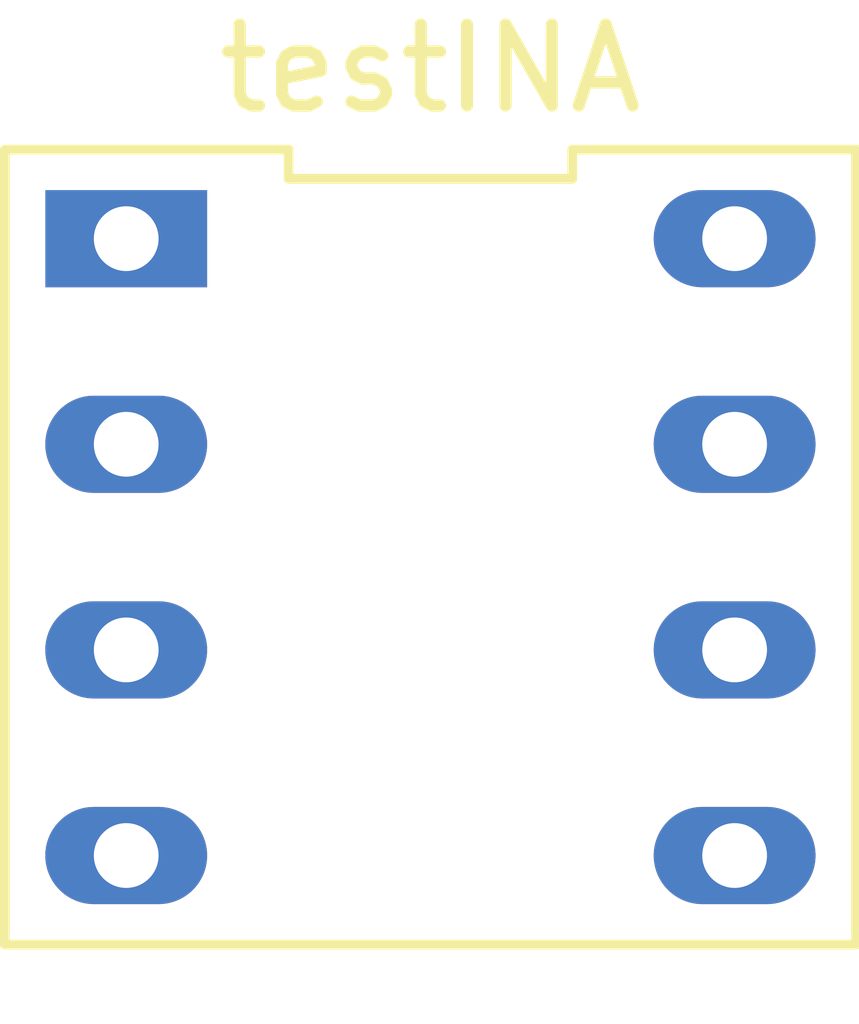
<source format=kicad_pcb>
(kicad_pcb (version 20221018) (generator pcbnew)
  (layers (0 "F.Cu" signal) (31 "B.Cu" signal) (34 "B.Paste" user) (35 "F.Paste" user) (36 "B.SilkS" user "B.Silkscreen") (37 "F.SilkS" user "F.Silkscreen") (38 "B.Mask" user) (39 "F.Mask" user) (44 "Edge.Cuts" user))
  (net 0 "")
  (footprint "SPRO3-footprints:INA122P" (layer "F.Cu") (at 162.56 99.06 -90)
    (fp_text reference "testINA" (at -5.91 0) (layer "F.SilkS"))
    (fp_text value "DIP-8_296_ELL")
    (fp_line (start -4.91 -5.26) (end -4.91 -1.753333) (stroke (width 0.12)) (layer "F.SilkS"))
    (fp_line (start -4.91 -1.753333) (end -4.55 -1.753333) (stroke (width 0.12)) (layer "F.SilkS"))
    (fp_line (start -4.91 1.753333) (end -4.91 5.26) (stroke (width 0.12)) (layer "F.SilkS"))
    (fp_line (start -4.91 5.26) (end 4.91 5.26) (stroke (width 0.12)) (layer "F.SilkS"))
    (fp_line (start -4.55 -1.753333) (end -4.55 1.753333) (stroke (width 0.12)) (layer "F.SilkS"))
    (fp_line (start -4.55 1.753333) (end -4.91 1.753333) (stroke (width 0.12)) (layer "F.SilkS"))
    (fp_line (start 4.91 -5.26) (end -4.91 -5.26) (stroke (width 0.12)) (layer "F.SilkS"))
    (fp_line (start 4.91 5.26) (end 4.91 -5.26) (stroke (width 0.12)) (layer "F.SilkS"))
    (pad "1" thru_hole rect (at -3.81 3.76 270) (size 1.2 2) (drill 0.8) (layers "*.Cu" "*.Mask"))
    (pad "2" thru_hole oval (at -1.27 3.76 270) (size 1.2 2) (drill 0.8) (layers "*.Cu" "*.Mask"))
    (pad "3" thru_hole oval (at 1.27 3.76 270) (size 1.2 2) (drill 0.8) (layers "*.Cu" "*.Mask"))
    (pad "4" thru_hole oval (at 3.81 3.76 270) (size 1.2 2) (drill 0.8) (layers "*.Cu" "*.Mask"))
    (pad "5" thru_hole oval (at 3.81 -3.76 270) (size 1.2 2) (drill 0.8) (layers "*.Cu" "*.Mask"))
    (pad "6" thru_hole oval (at 1.27 -3.76 270) (size 1.2 2) (drill 0.8) (layers "*.Cu" "*.Mask"))
    (pad "7" thru_hole oval (at -1.27 -3.76 270) (size 1.2 2) (drill 0.8) (layers "*.Cu" "*.Mask"))
    (pad "8" thru_hole oval (at -3.81 -3.76 270) (size 1.2 2) (drill 0.8) (layers "*.Cu" "*.Mask"))
  )
)
</source>
